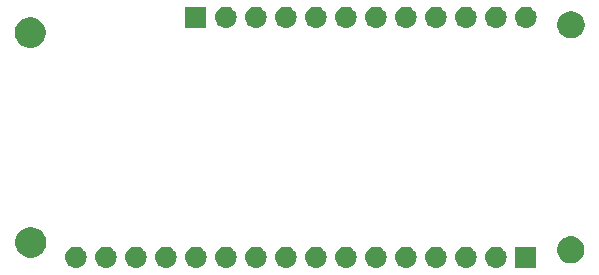
<source format=gbr>
G04 #@! TF.GenerationSoftware,KiCad,Pcbnew,(5.1.4)-1*
G04 #@! TF.CreationDate,2019-11-17T19:28:04+01:00*
G04 #@! TF.ProjectId,Open_Telemetry_digitalSensorShield,4f70656e-5f54-4656-9c65-6d657472795f,P1A - Prototype manuf.*
G04 #@! TF.SameCoordinates,Original*
G04 #@! TF.FileFunction,Soldermask,Bot*
G04 #@! TF.FilePolarity,Negative*
%FSLAX46Y46*%
G04 Gerber Fmt 4.6, Leading zero omitted, Abs format (unit mm)*
G04 Created by KiCad (PCBNEW (5.1.4)-1) date 2019-11-17 19:28:04*
%MOMM*%
%LPD*%
G04 APERTURE LIST*
%ADD10C,0.100000*%
G04 APERTURE END LIST*
D10*
G36*
X238235443Y-152648519D02*
G01*
X238301627Y-152655037D01*
X238471466Y-152706557D01*
X238627991Y-152790222D01*
X238630273Y-152792095D01*
X238765186Y-152902814D01*
X238848448Y-153004271D01*
X238877778Y-153040009D01*
X238961443Y-153196534D01*
X239012963Y-153366373D01*
X239030359Y-153543000D01*
X239012963Y-153719627D01*
X238961443Y-153889466D01*
X238877778Y-154045991D01*
X238869186Y-154056460D01*
X238765186Y-154183186D01*
X238663729Y-154266448D01*
X238627991Y-154295778D01*
X238471466Y-154379443D01*
X238301627Y-154430963D01*
X238235443Y-154437481D01*
X238169260Y-154444000D01*
X238080740Y-154444000D01*
X238014557Y-154437481D01*
X237948373Y-154430963D01*
X237778534Y-154379443D01*
X237622009Y-154295778D01*
X237586271Y-154266448D01*
X237484814Y-154183186D01*
X237380814Y-154056460D01*
X237372222Y-154045991D01*
X237288557Y-153889466D01*
X237237037Y-153719627D01*
X237219641Y-153543000D01*
X237237037Y-153366373D01*
X237288557Y-153196534D01*
X237372222Y-153040009D01*
X237401552Y-153004271D01*
X237484814Y-152902814D01*
X237619727Y-152792095D01*
X237622009Y-152790222D01*
X237778534Y-152706557D01*
X237948373Y-152655037D01*
X238014557Y-152648519D01*
X238080740Y-152642000D01*
X238169260Y-152642000D01*
X238235443Y-152648519D01*
X238235443Y-152648519D01*
G37*
G36*
X240775443Y-152648519D02*
G01*
X240841627Y-152655037D01*
X241011466Y-152706557D01*
X241167991Y-152790222D01*
X241170273Y-152792095D01*
X241305186Y-152902814D01*
X241388448Y-153004271D01*
X241417778Y-153040009D01*
X241501443Y-153196534D01*
X241552963Y-153366373D01*
X241570359Y-153543000D01*
X241552963Y-153719627D01*
X241501443Y-153889466D01*
X241417778Y-154045991D01*
X241409186Y-154056460D01*
X241305186Y-154183186D01*
X241203729Y-154266448D01*
X241167991Y-154295778D01*
X241011466Y-154379443D01*
X240841627Y-154430963D01*
X240775443Y-154437481D01*
X240709260Y-154444000D01*
X240620740Y-154444000D01*
X240554557Y-154437481D01*
X240488373Y-154430963D01*
X240318534Y-154379443D01*
X240162009Y-154295778D01*
X240126271Y-154266448D01*
X240024814Y-154183186D01*
X239920814Y-154056460D01*
X239912222Y-154045991D01*
X239828557Y-153889466D01*
X239777037Y-153719627D01*
X239759641Y-153543000D01*
X239777037Y-153366373D01*
X239828557Y-153196534D01*
X239912222Y-153040009D01*
X239941552Y-153004271D01*
X240024814Y-152902814D01*
X240159727Y-152792095D01*
X240162009Y-152790222D01*
X240318534Y-152706557D01*
X240488373Y-152655037D01*
X240554557Y-152648519D01*
X240620740Y-152642000D01*
X240709260Y-152642000D01*
X240775443Y-152648519D01*
X240775443Y-152648519D01*
G37*
G36*
X259346000Y-154444000D02*
G01*
X257544000Y-154444000D01*
X257544000Y-152642000D01*
X259346000Y-152642000D01*
X259346000Y-154444000D01*
X259346000Y-154444000D01*
G37*
G36*
X253475443Y-152648519D02*
G01*
X253541627Y-152655037D01*
X253711466Y-152706557D01*
X253867991Y-152790222D01*
X253870273Y-152792095D01*
X254005186Y-152902814D01*
X254088448Y-153004271D01*
X254117778Y-153040009D01*
X254201443Y-153196534D01*
X254252963Y-153366373D01*
X254270359Y-153543000D01*
X254252963Y-153719627D01*
X254201443Y-153889466D01*
X254117778Y-154045991D01*
X254109186Y-154056460D01*
X254005186Y-154183186D01*
X253903729Y-154266448D01*
X253867991Y-154295778D01*
X253711466Y-154379443D01*
X253541627Y-154430963D01*
X253475443Y-154437481D01*
X253409260Y-154444000D01*
X253320740Y-154444000D01*
X253254557Y-154437481D01*
X253188373Y-154430963D01*
X253018534Y-154379443D01*
X252862009Y-154295778D01*
X252826271Y-154266448D01*
X252724814Y-154183186D01*
X252620814Y-154056460D01*
X252612222Y-154045991D01*
X252528557Y-153889466D01*
X252477037Y-153719627D01*
X252459641Y-153543000D01*
X252477037Y-153366373D01*
X252528557Y-153196534D01*
X252612222Y-153040009D01*
X252641552Y-153004271D01*
X252724814Y-152902814D01*
X252859727Y-152792095D01*
X252862009Y-152790222D01*
X253018534Y-152706557D01*
X253188373Y-152655037D01*
X253254557Y-152648519D01*
X253320740Y-152642000D01*
X253409260Y-152642000D01*
X253475443Y-152648519D01*
X253475443Y-152648519D01*
G37*
G36*
X250935443Y-152648519D02*
G01*
X251001627Y-152655037D01*
X251171466Y-152706557D01*
X251327991Y-152790222D01*
X251330273Y-152792095D01*
X251465186Y-152902814D01*
X251548448Y-153004271D01*
X251577778Y-153040009D01*
X251661443Y-153196534D01*
X251712963Y-153366373D01*
X251730359Y-153543000D01*
X251712963Y-153719627D01*
X251661443Y-153889466D01*
X251577778Y-154045991D01*
X251569186Y-154056460D01*
X251465186Y-154183186D01*
X251363729Y-154266448D01*
X251327991Y-154295778D01*
X251171466Y-154379443D01*
X251001627Y-154430963D01*
X250935443Y-154437481D01*
X250869260Y-154444000D01*
X250780740Y-154444000D01*
X250714557Y-154437481D01*
X250648373Y-154430963D01*
X250478534Y-154379443D01*
X250322009Y-154295778D01*
X250286271Y-154266448D01*
X250184814Y-154183186D01*
X250080814Y-154056460D01*
X250072222Y-154045991D01*
X249988557Y-153889466D01*
X249937037Y-153719627D01*
X249919641Y-153543000D01*
X249937037Y-153366373D01*
X249988557Y-153196534D01*
X250072222Y-153040009D01*
X250101552Y-153004271D01*
X250184814Y-152902814D01*
X250319727Y-152792095D01*
X250322009Y-152790222D01*
X250478534Y-152706557D01*
X250648373Y-152655037D01*
X250714557Y-152648519D01*
X250780740Y-152642000D01*
X250869260Y-152642000D01*
X250935443Y-152648519D01*
X250935443Y-152648519D01*
G37*
G36*
X248395443Y-152648519D02*
G01*
X248461627Y-152655037D01*
X248631466Y-152706557D01*
X248787991Y-152790222D01*
X248790273Y-152792095D01*
X248925186Y-152902814D01*
X249008448Y-153004271D01*
X249037778Y-153040009D01*
X249121443Y-153196534D01*
X249172963Y-153366373D01*
X249190359Y-153543000D01*
X249172963Y-153719627D01*
X249121443Y-153889466D01*
X249037778Y-154045991D01*
X249029186Y-154056460D01*
X248925186Y-154183186D01*
X248823729Y-154266448D01*
X248787991Y-154295778D01*
X248631466Y-154379443D01*
X248461627Y-154430963D01*
X248395443Y-154437481D01*
X248329260Y-154444000D01*
X248240740Y-154444000D01*
X248174557Y-154437481D01*
X248108373Y-154430963D01*
X247938534Y-154379443D01*
X247782009Y-154295778D01*
X247746271Y-154266448D01*
X247644814Y-154183186D01*
X247540814Y-154056460D01*
X247532222Y-154045991D01*
X247448557Y-153889466D01*
X247397037Y-153719627D01*
X247379641Y-153543000D01*
X247397037Y-153366373D01*
X247448557Y-153196534D01*
X247532222Y-153040009D01*
X247561552Y-153004271D01*
X247644814Y-152902814D01*
X247779727Y-152792095D01*
X247782009Y-152790222D01*
X247938534Y-152706557D01*
X248108373Y-152655037D01*
X248174557Y-152648519D01*
X248240740Y-152642000D01*
X248329260Y-152642000D01*
X248395443Y-152648519D01*
X248395443Y-152648519D01*
G37*
G36*
X245855443Y-152648519D02*
G01*
X245921627Y-152655037D01*
X246091466Y-152706557D01*
X246247991Y-152790222D01*
X246250273Y-152792095D01*
X246385186Y-152902814D01*
X246468448Y-153004271D01*
X246497778Y-153040009D01*
X246581443Y-153196534D01*
X246632963Y-153366373D01*
X246650359Y-153543000D01*
X246632963Y-153719627D01*
X246581443Y-153889466D01*
X246497778Y-154045991D01*
X246489186Y-154056460D01*
X246385186Y-154183186D01*
X246283729Y-154266448D01*
X246247991Y-154295778D01*
X246091466Y-154379443D01*
X245921627Y-154430963D01*
X245855443Y-154437481D01*
X245789260Y-154444000D01*
X245700740Y-154444000D01*
X245634557Y-154437481D01*
X245568373Y-154430963D01*
X245398534Y-154379443D01*
X245242009Y-154295778D01*
X245206271Y-154266448D01*
X245104814Y-154183186D01*
X245000814Y-154056460D01*
X244992222Y-154045991D01*
X244908557Y-153889466D01*
X244857037Y-153719627D01*
X244839641Y-153543000D01*
X244857037Y-153366373D01*
X244908557Y-153196534D01*
X244992222Y-153040009D01*
X245021552Y-153004271D01*
X245104814Y-152902814D01*
X245239727Y-152792095D01*
X245242009Y-152790222D01*
X245398534Y-152706557D01*
X245568373Y-152655037D01*
X245634557Y-152648519D01*
X245700740Y-152642000D01*
X245789260Y-152642000D01*
X245855443Y-152648519D01*
X245855443Y-152648519D01*
G37*
G36*
X243315443Y-152648519D02*
G01*
X243381627Y-152655037D01*
X243551466Y-152706557D01*
X243707991Y-152790222D01*
X243710273Y-152792095D01*
X243845186Y-152902814D01*
X243928448Y-153004271D01*
X243957778Y-153040009D01*
X244041443Y-153196534D01*
X244092963Y-153366373D01*
X244110359Y-153543000D01*
X244092963Y-153719627D01*
X244041443Y-153889466D01*
X243957778Y-154045991D01*
X243949186Y-154056460D01*
X243845186Y-154183186D01*
X243743729Y-154266448D01*
X243707991Y-154295778D01*
X243551466Y-154379443D01*
X243381627Y-154430963D01*
X243315443Y-154437481D01*
X243249260Y-154444000D01*
X243160740Y-154444000D01*
X243094557Y-154437481D01*
X243028373Y-154430963D01*
X242858534Y-154379443D01*
X242702009Y-154295778D01*
X242666271Y-154266448D01*
X242564814Y-154183186D01*
X242460814Y-154056460D01*
X242452222Y-154045991D01*
X242368557Y-153889466D01*
X242317037Y-153719627D01*
X242299641Y-153543000D01*
X242317037Y-153366373D01*
X242368557Y-153196534D01*
X242452222Y-153040009D01*
X242481552Y-153004271D01*
X242564814Y-152902814D01*
X242699727Y-152792095D01*
X242702009Y-152790222D01*
X242858534Y-152706557D01*
X243028373Y-152655037D01*
X243094557Y-152648519D01*
X243160740Y-152642000D01*
X243249260Y-152642000D01*
X243315443Y-152648519D01*
X243315443Y-152648519D01*
G37*
G36*
X256015443Y-152648519D02*
G01*
X256081627Y-152655037D01*
X256251466Y-152706557D01*
X256407991Y-152790222D01*
X256410273Y-152792095D01*
X256545186Y-152902814D01*
X256628448Y-153004271D01*
X256657778Y-153040009D01*
X256741443Y-153196534D01*
X256792963Y-153366373D01*
X256810359Y-153543000D01*
X256792963Y-153719627D01*
X256741443Y-153889466D01*
X256657778Y-154045991D01*
X256649186Y-154056460D01*
X256545186Y-154183186D01*
X256443729Y-154266448D01*
X256407991Y-154295778D01*
X256251466Y-154379443D01*
X256081627Y-154430963D01*
X256015443Y-154437481D01*
X255949260Y-154444000D01*
X255860740Y-154444000D01*
X255794557Y-154437481D01*
X255728373Y-154430963D01*
X255558534Y-154379443D01*
X255402009Y-154295778D01*
X255366271Y-154266448D01*
X255264814Y-154183186D01*
X255160814Y-154056460D01*
X255152222Y-154045991D01*
X255068557Y-153889466D01*
X255017037Y-153719627D01*
X254999641Y-153543000D01*
X255017037Y-153366373D01*
X255068557Y-153196534D01*
X255152222Y-153040009D01*
X255181552Y-153004271D01*
X255264814Y-152902814D01*
X255399727Y-152792095D01*
X255402009Y-152790222D01*
X255558534Y-152706557D01*
X255728373Y-152655037D01*
X255794557Y-152648519D01*
X255860740Y-152642000D01*
X255949260Y-152642000D01*
X256015443Y-152648519D01*
X256015443Y-152648519D01*
G37*
G36*
X235695443Y-152648519D02*
G01*
X235761627Y-152655037D01*
X235931466Y-152706557D01*
X236087991Y-152790222D01*
X236090273Y-152792095D01*
X236225186Y-152902814D01*
X236308448Y-153004271D01*
X236337778Y-153040009D01*
X236421443Y-153196534D01*
X236472963Y-153366373D01*
X236490359Y-153543000D01*
X236472963Y-153719627D01*
X236421443Y-153889466D01*
X236337778Y-154045991D01*
X236329186Y-154056460D01*
X236225186Y-154183186D01*
X236123729Y-154266448D01*
X236087991Y-154295778D01*
X235931466Y-154379443D01*
X235761627Y-154430963D01*
X235695443Y-154437481D01*
X235629260Y-154444000D01*
X235540740Y-154444000D01*
X235474557Y-154437481D01*
X235408373Y-154430963D01*
X235238534Y-154379443D01*
X235082009Y-154295778D01*
X235046271Y-154266448D01*
X234944814Y-154183186D01*
X234840814Y-154056460D01*
X234832222Y-154045991D01*
X234748557Y-153889466D01*
X234697037Y-153719627D01*
X234679641Y-153543000D01*
X234697037Y-153366373D01*
X234748557Y-153196534D01*
X234832222Y-153040009D01*
X234861552Y-153004271D01*
X234944814Y-152902814D01*
X235079727Y-152792095D01*
X235082009Y-152790222D01*
X235238534Y-152706557D01*
X235408373Y-152655037D01*
X235474557Y-152648519D01*
X235540740Y-152642000D01*
X235629260Y-152642000D01*
X235695443Y-152648519D01*
X235695443Y-152648519D01*
G37*
G36*
X233155443Y-152648519D02*
G01*
X233221627Y-152655037D01*
X233391466Y-152706557D01*
X233547991Y-152790222D01*
X233550273Y-152792095D01*
X233685186Y-152902814D01*
X233768448Y-153004271D01*
X233797778Y-153040009D01*
X233881443Y-153196534D01*
X233932963Y-153366373D01*
X233950359Y-153543000D01*
X233932963Y-153719627D01*
X233881443Y-153889466D01*
X233797778Y-154045991D01*
X233789186Y-154056460D01*
X233685186Y-154183186D01*
X233583729Y-154266448D01*
X233547991Y-154295778D01*
X233391466Y-154379443D01*
X233221627Y-154430963D01*
X233155443Y-154437481D01*
X233089260Y-154444000D01*
X233000740Y-154444000D01*
X232934557Y-154437481D01*
X232868373Y-154430963D01*
X232698534Y-154379443D01*
X232542009Y-154295778D01*
X232506271Y-154266448D01*
X232404814Y-154183186D01*
X232300814Y-154056460D01*
X232292222Y-154045991D01*
X232208557Y-153889466D01*
X232157037Y-153719627D01*
X232139641Y-153543000D01*
X232157037Y-153366373D01*
X232208557Y-153196534D01*
X232292222Y-153040009D01*
X232321552Y-153004271D01*
X232404814Y-152902814D01*
X232539727Y-152792095D01*
X232542009Y-152790222D01*
X232698534Y-152706557D01*
X232868373Y-152655037D01*
X232934557Y-152648519D01*
X233000740Y-152642000D01*
X233089260Y-152642000D01*
X233155443Y-152648519D01*
X233155443Y-152648519D01*
G37*
G36*
X230615443Y-152648519D02*
G01*
X230681627Y-152655037D01*
X230851466Y-152706557D01*
X231007991Y-152790222D01*
X231010273Y-152792095D01*
X231145186Y-152902814D01*
X231228448Y-153004271D01*
X231257778Y-153040009D01*
X231341443Y-153196534D01*
X231392963Y-153366373D01*
X231410359Y-153543000D01*
X231392963Y-153719627D01*
X231341443Y-153889466D01*
X231257778Y-154045991D01*
X231249186Y-154056460D01*
X231145186Y-154183186D01*
X231043729Y-154266448D01*
X231007991Y-154295778D01*
X230851466Y-154379443D01*
X230681627Y-154430963D01*
X230615443Y-154437481D01*
X230549260Y-154444000D01*
X230460740Y-154444000D01*
X230394557Y-154437481D01*
X230328373Y-154430963D01*
X230158534Y-154379443D01*
X230002009Y-154295778D01*
X229966271Y-154266448D01*
X229864814Y-154183186D01*
X229760814Y-154056460D01*
X229752222Y-154045991D01*
X229668557Y-153889466D01*
X229617037Y-153719627D01*
X229599641Y-153543000D01*
X229617037Y-153366373D01*
X229668557Y-153196534D01*
X229752222Y-153040009D01*
X229781552Y-153004271D01*
X229864814Y-152902814D01*
X229999727Y-152792095D01*
X230002009Y-152790222D01*
X230158534Y-152706557D01*
X230328373Y-152655037D01*
X230394557Y-152648519D01*
X230460740Y-152642000D01*
X230549260Y-152642000D01*
X230615443Y-152648519D01*
X230615443Y-152648519D01*
G37*
G36*
X228075443Y-152648519D02*
G01*
X228141627Y-152655037D01*
X228311466Y-152706557D01*
X228467991Y-152790222D01*
X228470273Y-152792095D01*
X228605186Y-152902814D01*
X228688448Y-153004271D01*
X228717778Y-153040009D01*
X228801443Y-153196534D01*
X228852963Y-153366373D01*
X228870359Y-153543000D01*
X228852963Y-153719627D01*
X228801443Y-153889466D01*
X228717778Y-154045991D01*
X228709186Y-154056460D01*
X228605186Y-154183186D01*
X228503729Y-154266448D01*
X228467991Y-154295778D01*
X228311466Y-154379443D01*
X228141627Y-154430963D01*
X228075443Y-154437481D01*
X228009260Y-154444000D01*
X227920740Y-154444000D01*
X227854557Y-154437481D01*
X227788373Y-154430963D01*
X227618534Y-154379443D01*
X227462009Y-154295778D01*
X227426271Y-154266448D01*
X227324814Y-154183186D01*
X227220814Y-154056460D01*
X227212222Y-154045991D01*
X227128557Y-153889466D01*
X227077037Y-153719627D01*
X227059641Y-153543000D01*
X227077037Y-153366373D01*
X227128557Y-153196534D01*
X227212222Y-153040009D01*
X227241552Y-153004271D01*
X227324814Y-152902814D01*
X227459727Y-152792095D01*
X227462009Y-152790222D01*
X227618534Y-152706557D01*
X227788373Y-152655037D01*
X227854557Y-152648519D01*
X227920740Y-152642000D01*
X228009260Y-152642000D01*
X228075443Y-152648519D01*
X228075443Y-152648519D01*
G37*
G36*
X225535443Y-152648519D02*
G01*
X225601627Y-152655037D01*
X225771466Y-152706557D01*
X225927991Y-152790222D01*
X225930273Y-152792095D01*
X226065186Y-152902814D01*
X226148448Y-153004271D01*
X226177778Y-153040009D01*
X226261443Y-153196534D01*
X226312963Y-153366373D01*
X226330359Y-153543000D01*
X226312963Y-153719627D01*
X226261443Y-153889466D01*
X226177778Y-154045991D01*
X226169186Y-154056460D01*
X226065186Y-154183186D01*
X225963729Y-154266448D01*
X225927991Y-154295778D01*
X225771466Y-154379443D01*
X225601627Y-154430963D01*
X225535443Y-154437481D01*
X225469260Y-154444000D01*
X225380740Y-154444000D01*
X225314557Y-154437481D01*
X225248373Y-154430963D01*
X225078534Y-154379443D01*
X224922009Y-154295778D01*
X224886271Y-154266448D01*
X224784814Y-154183186D01*
X224680814Y-154056460D01*
X224672222Y-154045991D01*
X224588557Y-153889466D01*
X224537037Y-153719627D01*
X224519641Y-153543000D01*
X224537037Y-153366373D01*
X224588557Y-153196534D01*
X224672222Y-153040009D01*
X224701552Y-153004271D01*
X224784814Y-152902814D01*
X224919727Y-152792095D01*
X224922009Y-152790222D01*
X225078534Y-152706557D01*
X225248373Y-152655037D01*
X225314557Y-152648519D01*
X225380740Y-152642000D01*
X225469260Y-152642000D01*
X225535443Y-152648519D01*
X225535443Y-152648519D01*
G37*
G36*
X222995443Y-152648519D02*
G01*
X223061627Y-152655037D01*
X223231466Y-152706557D01*
X223387991Y-152790222D01*
X223390273Y-152792095D01*
X223525186Y-152902814D01*
X223608448Y-153004271D01*
X223637778Y-153040009D01*
X223721443Y-153196534D01*
X223772963Y-153366373D01*
X223790359Y-153543000D01*
X223772963Y-153719627D01*
X223721443Y-153889466D01*
X223637778Y-154045991D01*
X223629186Y-154056460D01*
X223525186Y-154183186D01*
X223423729Y-154266448D01*
X223387991Y-154295778D01*
X223231466Y-154379443D01*
X223061627Y-154430963D01*
X222995443Y-154437481D01*
X222929260Y-154444000D01*
X222840740Y-154444000D01*
X222774557Y-154437481D01*
X222708373Y-154430963D01*
X222538534Y-154379443D01*
X222382009Y-154295778D01*
X222346271Y-154266448D01*
X222244814Y-154183186D01*
X222140814Y-154056460D01*
X222132222Y-154045991D01*
X222048557Y-153889466D01*
X221997037Y-153719627D01*
X221979641Y-153543000D01*
X221997037Y-153366373D01*
X222048557Y-153196534D01*
X222132222Y-153040009D01*
X222161552Y-153004271D01*
X222244814Y-152902814D01*
X222379727Y-152792095D01*
X222382009Y-152790222D01*
X222538534Y-152706557D01*
X222708373Y-152655037D01*
X222774557Y-152648519D01*
X222840740Y-152642000D01*
X222929260Y-152642000D01*
X222995443Y-152648519D01*
X222995443Y-152648519D01*
G37*
G36*
X220455443Y-152648519D02*
G01*
X220521627Y-152655037D01*
X220691466Y-152706557D01*
X220847991Y-152790222D01*
X220850273Y-152792095D01*
X220985186Y-152902814D01*
X221068448Y-153004271D01*
X221097778Y-153040009D01*
X221181443Y-153196534D01*
X221232963Y-153366373D01*
X221250359Y-153543000D01*
X221232963Y-153719627D01*
X221181443Y-153889466D01*
X221097778Y-154045991D01*
X221089186Y-154056460D01*
X220985186Y-154183186D01*
X220883729Y-154266448D01*
X220847991Y-154295778D01*
X220691466Y-154379443D01*
X220521627Y-154430963D01*
X220455443Y-154437481D01*
X220389260Y-154444000D01*
X220300740Y-154444000D01*
X220234557Y-154437481D01*
X220168373Y-154430963D01*
X219998534Y-154379443D01*
X219842009Y-154295778D01*
X219806271Y-154266448D01*
X219704814Y-154183186D01*
X219600814Y-154056460D01*
X219592222Y-154045991D01*
X219508557Y-153889466D01*
X219457037Y-153719627D01*
X219439641Y-153543000D01*
X219457037Y-153366373D01*
X219508557Y-153196534D01*
X219592222Y-153040009D01*
X219621552Y-153004271D01*
X219704814Y-152902814D01*
X219839727Y-152792095D01*
X219842009Y-152790222D01*
X219998534Y-152706557D01*
X220168373Y-152655037D01*
X220234557Y-152648519D01*
X220300740Y-152642000D01*
X220389260Y-152642000D01*
X220455443Y-152648519D01*
X220455443Y-152648519D01*
G37*
G36*
X262459229Y-151776576D02*
G01*
X262570414Y-151798692D01*
X262779883Y-151885457D01*
X262968400Y-152011420D01*
X263128720Y-152171740D01*
X263254683Y-152360257D01*
X263254684Y-152360259D01*
X263341448Y-152569727D01*
X263368666Y-152706558D01*
X263385680Y-152792096D01*
X263385680Y-153018824D01*
X263341448Y-153241194D01*
X263254683Y-153450663D01*
X263128720Y-153639180D01*
X262968400Y-153799500D01*
X262779883Y-153925463D01*
X262570414Y-154012228D01*
X262459229Y-154034344D01*
X262348045Y-154056460D01*
X262121315Y-154056460D01*
X262010131Y-154034344D01*
X261898946Y-154012228D01*
X261689477Y-153925463D01*
X261500960Y-153799500D01*
X261340640Y-153639180D01*
X261214677Y-153450663D01*
X261127912Y-153241194D01*
X261083680Y-153018824D01*
X261083680Y-152792096D01*
X261100695Y-152706558D01*
X261127912Y-152569727D01*
X261214676Y-152360259D01*
X261214677Y-152360257D01*
X261340640Y-152171740D01*
X261500960Y-152011420D01*
X261689477Y-151885457D01*
X261898946Y-151798692D01*
X262010131Y-151776576D01*
X262121315Y-151754460D01*
X262348045Y-151754460D01*
X262459229Y-151776576D01*
X262459229Y-151776576D01*
G37*
G36*
X216914487Y-151029616D02*
G01*
X217151253Y-151127688D01*
X217151255Y-151127689D01*
X217364339Y-151270067D01*
X217545553Y-151451281D01*
X217687932Y-151664367D01*
X217786004Y-151901133D01*
X217836000Y-152152481D01*
X217836000Y-152408759D01*
X217786004Y-152660107D01*
X217731332Y-152792096D01*
X217687931Y-152896875D01*
X217545553Y-153109959D01*
X217364339Y-153291173D01*
X217151255Y-153433551D01*
X217151254Y-153433552D01*
X217151253Y-153433552D01*
X216914487Y-153531624D01*
X216663139Y-153581620D01*
X216406861Y-153581620D01*
X216155513Y-153531624D01*
X215918747Y-153433552D01*
X215918746Y-153433552D01*
X215918745Y-153433551D01*
X215705661Y-153291173D01*
X215524447Y-153109959D01*
X215382069Y-152896875D01*
X215338668Y-152792096D01*
X215283996Y-152660107D01*
X215234000Y-152408759D01*
X215234000Y-152152481D01*
X215283996Y-151901133D01*
X215382068Y-151664367D01*
X215524447Y-151451281D01*
X215705661Y-151270067D01*
X215918745Y-151127689D01*
X215918747Y-151127688D01*
X216155513Y-151029616D01*
X216406861Y-150979620D01*
X216663139Y-150979620D01*
X216914487Y-151029616D01*
X216914487Y-151029616D01*
G37*
G36*
X216863687Y-133277556D02*
G01*
X217100453Y-133375628D01*
X217100455Y-133375629D01*
X217313539Y-133518007D01*
X217494753Y-133699221D01*
X217637132Y-133912307D01*
X217735204Y-134149073D01*
X217785200Y-134400421D01*
X217785200Y-134656699D01*
X217735204Y-134908047D01*
X217688127Y-135021700D01*
X217637131Y-135144815D01*
X217494753Y-135357899D01*
X217313539Y-135539113D01*
X217100455Y-135681491D01*
X217100454Y-135681492D01*
X217100453Y-135681492D01*
X216863687Y-135779564D01*
X216612339Y-135829560D01*
X216356061Y-135829560D01*
X216104713Y-135779564D01*
X215867947Y-135681492D01*
X215867946Y-135681492D01*
X215867945Y-135681491D01*
X215654861Y-135539113D01*
X215473647Y-135357899D01*
X215331269Y-135144815D01*
X215280273Y-135021700D01*
X215233196Y-134908047D01*
X215183200Y-134656699D01*
X215183200Y-134400421D01*
X215233196Y-134149073D01*
X215331268Y-133912307D01*
X215473647Y-133699221D01*
X215654861Y-133518007D01*
X215867945Y-133375629D01*
X215867947Y-133375628D01*
X216104713Y-133277556D01*
X216356061Y-133227560D01*
X216612339Y-133227560D01*
X216863687Y-133277556D01*
X216863687Y-133277556D01*
G37*
G36*
X262387708Y-132720011D02*
G01*
X262608514Y-132763932D01*
X262817983Y-132850697D01*
X263006500Y-132976660D01*
X263166820Y-133136980D01*
X263292783Y-133325497D01*
X263379548Y-133534966D01*
X263423780Y-133757336D01*
X263423780Y-133984064D01*
X263379548Y-134206434D01*
X263292783Y-134415903D01*
X263166820Y-134604420D01*
X263006500Y-134764740D01*
X262817983Y-134890703D01*
X262608514Y-134977468D01*
X262497329Y-134999584D01*
X262386145Y-135021700D01*
X262159415Y-135021700D01*
X262048231Y-134999584D01*
X261937046Y-134977468D01*
X261727577Y-134890703D01*
X261539060Y-134764740D01*
X261378740Y-134604420D01*
X261252777Y-134415903D01*
X261166012Y-134206434D01*
X261121780Y-133984064D01*
X261121780Y-133757336D01*
X261166012Y-133534966D01*
X261252777Y-133325497D01*
X261378740Y-133136980D01*
X261539060Y-132976660D01*
X261727577Y-132850697D01*
X261937046Y-132763932D01*
X262157852Y-132720011D01*
X262159415Y-132719700D01*
X262386145Y-132719700D01*
X262387708Y-132720011D01*
X262387708Y-132720011D01*
G37*
G36*
X233155442Y-132328518D02*
G01*
X233221627Y-132335037D01*
X233391466Y-132386557D01*
X233547991Y-132470222D01*
X233583729Y-132499552D01*
X233685186Y-132582814D01*
X233768448Y-132684271D01*
X233797778Y-132720009D01*
X233881443Y-132876534D01*
X233932963Y-133046373D01*
X233950359Y-133223000D01*
X233932963Y-133399627D01*
X233881443Y-133569466D01*
X233797778Y-133725991D01*
X233772054Y-133757335D01*
X233685186Y-133863186D01*
X233583729Y-133946448D01*
X233547991Y-133975778D01*
X233391466Y-134059443D01*
X233221627Y-134110963D01*
X233155443Y-134117481D01*
X233089260Y-134124000D01*
X233000740Y-134124000D01*
X232934557Y-134117481D01*
X232868373Y-134110963D01*
X232698534Y-134059443D01*
X232542009Y-133975778D01*
X232506271Y-133946448D01*
X232404814Y-133863186D01*
X232317946Y-133757335D01*
X232292222Y-133725991D01*
X232208557Y-133569466D01*
X232157037Y-133399627D01*
X232139641Y-133223000D01*
X232157037Y-133046373D01*
X232208557Y-132876534D01*
X232292222Y-132720009D01*
X232321552Y-132684271D01*
X232404814Y-132582814D01*
X232506271Y-132499552D01*
X232542009Y-132470222D01*
X232698534Y-132386557D01*
X232868373Y-132335037D01*
X232934558Y-132328518D01*
X233000740Y-132322000D01*
X233089260Y-132322000D01*
X233155442Y-132328518D01*
X233155442Y-132328518D01*
G37*
G36*
X253475442Y-132328518D02*
G01*
X253541627Y-132335037D01*
X253711466Y-132386557D01*
X253867991Y-132470222D01*
X253903729Y-132499552D01*
X254005186Y-132582814D01*
X254088448Y-132684271D01*
X254117778Y-132720009D01*
X254201443Y-132876534D01*
X254252963Y-133046373D01*
X254270359Y-133223000D01*
X254252963Y-133399627D01*
X254201443Y-133569466D01*
X254117778Y-133725991D01*
X254092054Y-133757335D01*
X254005186Y-133863186D01*
X253903729Y-133946448D01*
X253867991Y-133975778D01*
X253711466Y-134059443D01*
X253541627Y-134110963D01*
X253475443Y-134117481D01*
X253409260Y-134124000D01*
X253320740Y-134124000D01*
X253254557Y-134117481D01*
X253188373Y-134110963D01*
X253018534Y-134059443D01*
X252862009Y-133975778D01*
X252826271Y-133946448D01*
X252724814Y-133863186D01*
X252637946Y-133757335D01*
X252612222Y-133725991D01*
X252528557Y-133569466D01*
X252477037Y-133399627D01*
X252459641Y-133223000D01*
X252477037Y-133046373D01*
X252528557Y-132876534D01*
X252612222Y-132720009D01*
X252641552Y-132684271D01*
X252724814Y-132582814D01*
X252826271Y-132499552D01*
X252862009Y-132470222D01*
X253018534Y-132386557D01*
X253188373Y-132335037D01*
X253254558Y-132328518D01*
X253320740Y-132322000D01*
X253409260Y-132322000D01*
X253475442Y-132328518D01*
X253475442Y-132328518D01*
G37*
G36*
X258555442Y-132328518D02*
G01*
X258621627Y-132335037D01*
X258791466Y-132386557D01*
X258947991Y-132470222D01*
X258983729Y-132499552D01*
X259085186Y-132582814D01*
X259168448Y-132684271D01*
X259197778Y-132720009D01*
X259281443Y-132876534D01*
X259332963Y-133046373D01*
X259350359Y-133223000D01*
X259332963Y-133399627D01*
X259281443Y-133569466D01*
X259197778Y-133725991D01*
X259172054Y-133757335D01*
X259085186Y-133863186D01*
X258983729Y-133946448D01*
X258947991Y-133975778D01*
X258791466Y-134059443D01*
X258621627Y-134110963D01*
X258555443Y-134117481D01*
X258489260Y-134124000D01*
X258400740Y-134124000D01*
X258334557Y-134117481D01*
X258268373Y-134110963D01*
X258098534Y-134059443D01*
X257942009Y-133975778D01*
X257906271Y-133946448D01*
X257804814Y-133863186D01*
X257717946Y-133757335D01*
X257692222Y-133725991D01*
X257608557Y-133569466D01*
X257557037Y-133399627D01*
X257539641Y-133223000D01*
X257557037Y-133046373D01*
X257608557Y-132876534D01*
X257692222Y-132720009D01*
X257721552Y-132684271D01*
X257804814Y-132582814D01*
X257906271Y-132499552D01*
X257942009Y-132470222D01*
X258098534Y-132386557D01*
X258268373Y-132335037D01*
X258334558Y-132328518D01*
X258400740Y-132322000D01*
X258489260Y-132322000D01*
X258555442Y-132328518D01*
X258555442Y-132328518D01*
G37*
G36*
X256015442Y-132328518D02*
G01*
X256081627Y-132335037D01*
X256251466Y-132386557D01*
X256407991Y-132470222D01*
X256443729Y-132499552D01*
X256545186Y-132582814D01*
X256628448Y-132684271D01*
X256657778Y-132720009D01*
X256741443Y-132876534D01*
X256792963Y-133046373D01*
X256810359Y-133223000D01*
X256792963Y-133399627D01*
X256741443Y-133569466D01*
X256657778Y-133725991D01*
X256632054Y-133757335D01*
X256545186Y-133863186D01*
X256443729Y-133946448D01*
X256407991Y-133975778D01*
X256251466Y-134059443D01*
X256081627Y-134110963D01*
X256015443Y-134117481D01*
X255949260Y-134124000D01*
X255860740Y-134124000D01*
X255794557Y-134117481D01*
X255728373Y-134110963D01*
X255558534Y-134059443D01*
X255402009Y-133975778D01*
X255366271Y-133946448D01*
X255264814Y-133863186D01*
X255177946Y-133757335D01*
X255152222Y-133725991D01*
X255068557Y-133569466D01*
X255017037Y-133399627D01*
X254999641Y-133223000D01*
X255017037Y-133046373D01*
X255068557Y-132876534D01*
X255152222Y-132720009D01*
X255181552Y-132684271D01*
X255264814Y-132582814D01*
X255366271Y-132499552D01*
X255402009Y-132470222D01*
X255558534Y-132386557D01*
X255728373Y-132335037D01*
X255794558Y-132328518D01*
X255860740Y-132322000D01*
X255949260Y-132322000D01*
X256015442Y-132328518D01*
X256015442Y-132328518D01*
G37*
G36*
X250935442Y-132328518D02*
G01*
X251001627Y-132335037D01*
X251171466Y-132386557D01*
X251327991Y-132470222D01*
X251363729Y-132499552D01*
X251465186Y-132582814D01*
X251548448Y-132684271D01*
X251577778Y-132720009D01*
X251661443Y-132876534D01*
X251712963Y-133046373D01*
X251730359Y-133223000D01*
X251712963Y-133399627D01*
X251661443Y-133569466D01*
X251577778Y-133725991D01*
X251552054Y-133757335D01*
X251465186Y-133863186D01*
X251363729Y-133946448D01*
X251327991Y-133975778D01*
X251171466Y-134059443D01*
X251001627Y-134110963D01*
X250935443Y-134117481D01*
X250869260Y-134124000D01*
X250780740Y-134124000D01*
X250714557Y-134117481D01*
X250648373Y-134110963D01*
X250478534Y-134059443D01*
X250322009Y-133975778D01*
X250286271Y-133946448D01*
X250184814Y-133863186D01*
X250097946Y-133757335D01*
X250072222Y-133725991D01*
X249988557Y-133569466D01*
X249937037Y-133399627D01*
X249919641Y-133223000D01*
X249937037Y-133046373D01*
X249988557Y-132876534D01*
X250072222Y-132720009D01*
X250101552Y-132684271D01*
X250184814Y-132582814D01*
X250286271Y-132499552D01*
X250322009Y-132470222D01*
X250478534Y-132386557D01*
X250648373Y-132335037D01*
X250714558Y-132328518D01*
X250780740Y-132322000D01*
X250869260Y-132322000D01*
X250935442Y-132328518D01*
X250935442Y-132328518D01*
G37*
G36*
X248395442Y-132328518D02*
G01*
X248461627Y-132335037D01*
X248631466Y-132386557D01*
X248787991Y-132470222D01*
X248823729Y-132499552D01*
X248925186Y-132582814D01*
X249008448Y-132684271D01*
X249037778Y-132720009D01*
X249121443Y-132876534D01*
X249172963Y-133046373D01*
X249190359Y-133223000D01*
X249172963Y-133399627D01*
X249121443Y-133569466D01*
X249037778Y-133725991D01*
X249012054Y-133757335D01*
X248925186Y-133863186D01*
X248823729Y-133946448D01*
X248787991Y-133975778D01*
X248631466Y-134059443D01*
X248461627Y-134110963D01*
X248395443Y-134117481D01*
X248329260Y-134124000D01*
X248240740Y-134124000D01*
X248174557Y-134117481D01*
X248108373Y-134110963D01*
X247938534Y-134059443D01*
X247782009Y-133975778D01*
X247746271Y-133946448D01*
X247644814Y-133863186D01*
X247557946Y-133757335D01*
X247532222Y-133725991D01*
X247448557Y-133569466D01*
X247397037Y-133399627D01*
X247379641Y-133223000D01*
X247397037Y-133046373D01*
X247448557Y-132876534D01*
X247532222Y-132720009D01*
X247561552Y-132684271D01*
X247644814Y-132582814D01*
X247746271Y-132499552D01*
X247782009Y-132470222D01*
X247938534Y-132386557D01*
X248108373Y-132335037D01*
X248174558Y-132328518D01*
X248240740Y-132322000D01*
X248329260Y-132322000D01*
X248395442Y-132328518D01*
X248395442Y-132328518D01*
G37*
G36*
X245855442Y-132328518D02*
G01*
X245921627Y-132335037D01*
X246091466Y-132386557D01*
X246247991Y-132470222D01*
X246283729Y-132499552D01*
X246385186Y-132582814D01*
X246468448Y-132684271D01*
X246497778Y-132720009D01*
X246581443Y-132876534D01*
X246632963Y-133046373D01*
X246650359Y-133223000D01*
X246632963Y-133399627D01*
X246581443Y-133569466D01*
X246497778Y-133725991D01*
X246472054Y-133757335D01*
X246385186Y-133863186D01*
X246283729Y-133946448D01*
X246247991Y-133975778D01*
X246091466Y-134059443D01*
X245921627Y-134110963D01*
X245855443Y-134117481D01*
X245789260Y-134124000D01*
X245700740Y-134124000D01*
X245634557Y-134117481D01*
X245568373Y-134110963D01*
X245398534Y-134059443D01*
X245242009Y-133975778D01*
X245206271Y-133946448D01*
X245104814Y-133863186D01*
X245017946Y-133757335D01*
X244992222Y-133725991D01*
X244908557Y-133569466D01*
X244857037Y-133399627D01*
X244839641Y-133223000D01*
X244857037Y-133046373D01*
X244908557Y-132876534D01*
X244992222Y-132720009D01*
X245021552Y-132684271D01*
X245104814Y-132582814D01*
X245206271Y-132499552D01*
X245242009Y-132470222D01*
X245398534Y-132386557D01*
X245568373Y-132335037D01*
X245634558Y-132328518D01*
X245700740Y-132322000D01*
X245789260Y-132322000D01*
X245855442Y-132328518D01*
X245855442Y-132328518D01*
G37*
G36*
X243315442Y-132328518D02*
G01*
X243381627Y-132335037D01*
X243551466Y-132386557D01*
X243707991Y-132470222D01*
X243743729Y-132499552D01*
X243845186Y-132582814D01*
X243928448Y-132684271D01*
X243957778Y-132720009D01*
X244041443Y-132876534D01*
X244092963Y-133046373D01*
X244110359Y-133223000D01*
X244092963Y-133399627D01*
X244041443Y-133569466D01*
X243957778Y-133725991D01*
X243932054Y-133757335D01*
X243845186Y-133863186D01*
X243743729Y-133946448D01*
X243707991Y-133975778D01*
X243551466Y-134059443D01*
X243381627Y-134110963D01*
X243315443Y-134117481D01*
X243249260Y-134124000D01*
X243160740Y-134124000D01*
X243094557Y-134117481D01*
X243028373Y-134110963D01*
X242858534Y-134059443D01*
X242702009Y-133975778D01*
X242666271Y-133946448D01*
X242564814Y-133863186D01*
X242477946Y-133757335D01*
X242452222Y-133725991D01*
X242368557Y-133569466D01*
X242317037Y-133399627D01*
X242299641Y-133223000D01*
X242317037Y-133046373D01*
X242368557Y-132876534D01*
X242452222Y-132720009D01*
X242481552Y-132684271D01*
X242564814Y-132582814D01*
X242666271Y-132499552D01*
X242702009Y-132470222D01*
X242858534Y-132386557D01*
X243028373Y-132335037D01*
X243094558Y-132328518D01*
X243160740Y-132322000D01*
X243249260Y-132322000D01*
X243315442Y-132328518D01*
X243315442Y-132328518D01*
G37*
G36*
X240775442Y-132328518D02*
G01*
X240841627Y-132335037D01*
X241011466Y-132386557D01*
X241167991Y-132470222D01*
X241203729Y-132499552D01*
X241305186Y-132582814D01*
X241388448Y-132684271D01*
X241417778Y-132720009D01*
X241501443Y-132876534D01*
X241552963Y-133046373D01*
X241570359Y-133223000D01*
X241552963Y-133399627D01*
X241501443Y-133569466D01*
X241417778Y-133725991D01*
X241392054Y-133757335D01*
X241305186Y-133863186D01*
X241203729Y-133946448D01*
X241167991Y-133975778D01*
X241011466Y-134059443D01*
X240841627Y-134110963D01*
X240775443Y-134117481D01*
X240709260Y-134124000D01*
X240620740Y-134124000D01*
X240554557Y-134117481D01*
X240488373Y-134110963D01*
X240318534Y-134059443D01*
X240162009Y-133975778D01*
X240126271Y-133946448D01*
X240024814Y-133863186D01*
X239937946Y-133757335D01*
X239912222Y-133725991D01*
X239828557Y-133569466D01*
X239777037Y-133399627D01*
X239759641Y-133223000D01*
X239777037Y-133046373D01*
X239828557Y-132876534D01*
X239912222Y-132720009D01*
X239941552Y-132684271D01*
X240024814Y-132582814D01*
X240126271Y-132499552D01*
X240162009Y-132470222D01*
X240318534Y-132386557D01*
X240488373Y-132335037D01*
X240554558Y-132328518D01*
X240620740Y-132322000D01*
X240709260Y-132322000D01*
X240775442Y-132328518D01*
X240775442Y-132328518D01*
G37*
G36*
X238235442Y-132328518D02*
G01*
X238301627Y-132335037D01*
X238471466Y-132386557D01*
X238627991Y-132470222D01*
X238663729Y-132499552D01*
X238765186Y-132582814D01*
X238848448Y-132684271D01*
X238877778Y-132720009D01*
X238961443Y-132876534D01*
X239012963Y-133046373D01*
X239030359Y-133223000D01*
X239012963Y-133399627D01*
X238961443Y-133569466D01*
X238877778Y-133725991D01*
X238852054Y-133757335D01*
X238765186Y-133863186D01*
X238663729Y-133946448D01*
X238627991Y-133975778D01*
X238471466Y-134059443D01*
X238301627Y-134110963D01*
X238235443Y-134117481D01*
X238169260Y-134124000D01*
X238080740Y-134124000D01*
X238014557Y-134117481D01*
X237948373Y-134110963D01*
X237778534Y-134059443D01*
X237622009Y-133975778D01*
X237586271Y-133946448D01*
X237484814Y-133863186D01*
X237397946Y-133757335D01*
X237372222Y-133725991D01*
X237288557Y-133569466D01*
X237237037Y-133399627D01*
X237219641Y-133223000D01*
X237237037Y-133046373D01*
X237288557Y-132876534D01*
X237372222Y-132720009D01*
X237401552Y-132684271D01*
X237484814Y-132582814D01*
X237586271Y-132499552D01*
X237622009Y-132470222D01*
X237778534Y-132386557D01*
X237948373Y-132335037D01*
X238014558Y-132328518D01*
X238080740Y-132322000D01*
X238169260Y-132322000D01*
X238235442Y-132328518D01*
X238235442Y-132328518D01*
G37*
G36*
X235695442Y-132328518D02*
G01*
X235761627Y-132335037D01*
X235931466Y-132386557D01*
X236087991Y-132470222D01*
X236123729Y-132499552D01*
X236225186Y-132582814D01*
X236308448Y-132684271D01*
X236337778Y-132720009D01*
X236421443Y-132876534D01*
X236472963Y-133046373D01*
X236490359Y-133223000D01*
X236472963Y-133399627D01*
X236421443Y-133569466D01*
X236337778Y-133725991D01*
X236312054Y-133757335D01*
X236225186Y-133863186D01*
X236123729Y-133946448D01*
X236087991Y-133975778D01*
X235931466Y-134059443D01*
X235761627Y-134110963D01*
X235695443Y-134117481D01*
X235629260Y-134124000D01*
X235540740Y-134124000D01*
X235474557Y-134117481D01*
X235408373Y-134110963D01*
X235238534Y-134059443D01*
X235082009Y-133975778D01*
X235046271Y-133946448D01*
X234944814Y-133863186D01*
X234857946Y-133757335D01*
X234832222Y-133725991D01*
X234748557Y-133569466D01*
X234697037Y-133399627D01*
X234679641Y-133223000D01*
X234697037Y-133046373D01*
X234748557Y-132876534D01*
X234832222Y-132720009D01*
X234861552Y-132684271D01*
X234944814Y-132582814D01*
X235046271Y-132499552D01*
X235082009Y-132470222D01*
X235238534Y-132386557D01*
X235408373Y-132335037D01*
X235474558Y-132328518D01*
X235540740Y-132322000D01*
X235629260Y-132322000D01*
X235695442Y-132328518D01*
X235695442Y-132328518D01*
G37*
G36*
X231406000Y-134124000D02*
G01*
X229604000Y-134124000D01*
X229604000Y-132322000D01*
X231406000Y-132322000D01*
X231406000Y-134124000D01*
X231406000Y-134124000D01*
G37*
M02*

</source>
